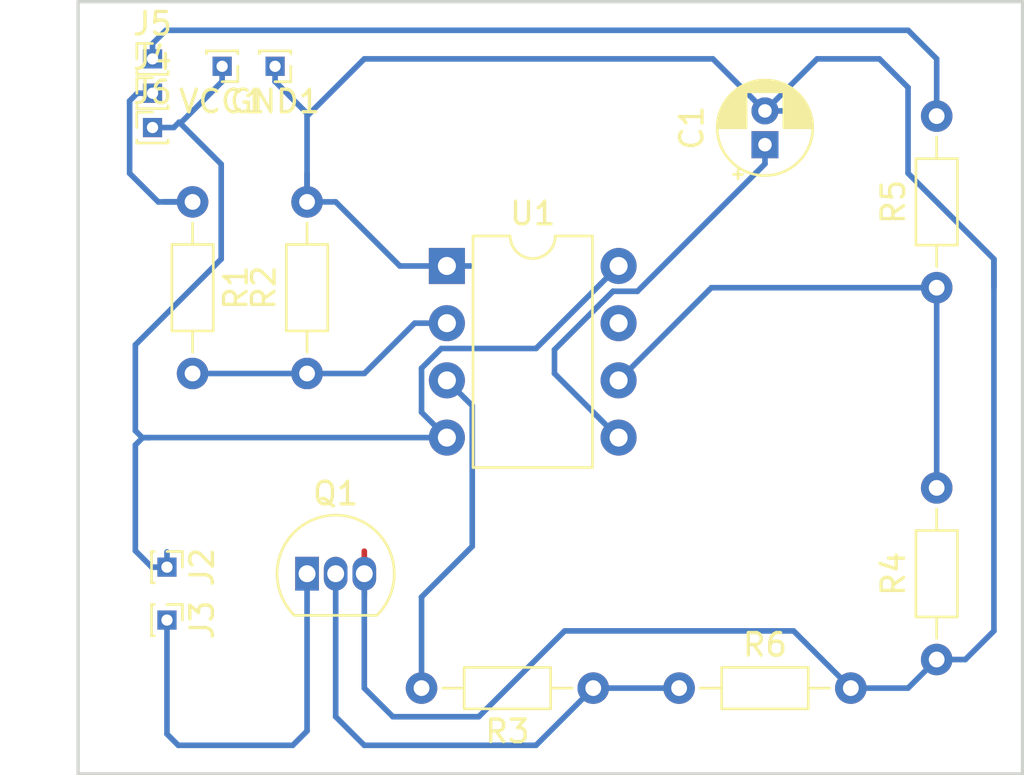
<source format=kicad_pcb>
(kicad_pcb (version 20171130) (host pcbnew "(5.0.0)")

  (general
    (thickness 1.6)
    (drawings 5)
    (tracks 98)
    (zones 0)
    (modules 16)
    (nets 12)
  )

  (page A4)
  (layers
    (0 F.Cu signal)
    (31 B.Cu signal)
    (32 B.Adhes user)
    (33 F.Adhes user)
    (34 B.Paste user)
    (35 F.Paste user)
    (36 B.SilkS user)
    (37 F.SilkS user)
    (38 B.Mask user)
    (39 F.Mask user)
    (40 Dwgs.User user)
    (41 Cmts.User user)
    (42 Eco1.User user)
    (43 Eco2.User user)
    (44 Edge.Cuts user)
    (45 Margin user)
    (46 B.CrtYd user)
    (47 F.CrtYd user)
    (48 B.Fab user)
    (49 F.Fab user)
  )

  (setup
    (last_trace_width 0.25)
    (trace_clearance 0.2)
    (zone_clearance 0.508)
    (zone_45_only no)
    (trace_min 0.2)
    (segment_width 0.2)
    (edge_width 0.15)
    (via_size 0.8)
    (via_drill 0.4)
    (via_min_size 0.4)
    (via_min_drill 0.3)
    (uvia_size 0.3)
    (uvia_drill 0.1)
    (uvias_allowed no)
    (uvia_min_size 0.2)
    (uvia_min_drill 0.1)
    (pcb_text_width 0.3)
    (pcb_text_size 1.5 1.5)
    (mod_edge_width 0.15)
    (mod_text_size 1 1)
    (mod_text_width 0.15)
    (pad_size 1.524 1.524)
    (pad_drill 0.762)
    (pad_to_mask_clearance 0.2)
    (aux_axis_origin 0 0)
    (grid_origin 159.258 58.928)
    (visible_elements 7FFFFFFF)
    (pcbplotparams
      (layerselection 0x010fc_ffffffff)
      (usegerberextensions false)
      (usegerberattributes false)
      (usegerberadvancedattributes false)
      (creategerberjobfile false)
      (excludeedgelayer true)
      (linewidth 0.100000)
      (plotframeref false)
      (viasonmask false)
      (mode 1)
      (useauxorigin false)
      (hpglpennumber 1)
      (hpglpenspeed 20)
      (hpglpendiameter 15.000000)
      (psnegative false)
      (psa4output false)
      (plotreference true)
      (plotvalue true)
      (plotinvisibletext false)
      (padsonsilk false)
      (subtractmaskfromsilk false)
      (outputformat 1)
      (mirror false)
      (drillshape 1)
      (scaleselection 1)
      (outputdirectory ""))
  )

  (net 0 "")
  (net 1 "Net-(C1-Pad1)")
  (net 2 Earth)
  (net 3 4)
  (net 4 "Net-(J3-Pad1)")
  (net 5 "Net-(Q1-Pad2)")
  (net 6 "Net-(R1-Pad2)")
  (net 7 "Net-(R3-Pad2)")
  (net 8 "Net-(R4-Pad2)")
  (net 9 "Net-(U1-Pad7)")
  (net 10 "Net-(J4-Pad1)")
  (net 11 "Net-(J5-Pad1)")

  (net_class Default "This is the default net class."
    (clearance 0.2)
    (trace_width 0.25)
    (via_dia 0.8)
    (via_drill 0.4)
    (uvia_dia 0.3)
    (uvia_drill 0.1)
    (add_net 4)
    (add_net Earth)
    (add_net "Net-(C1-Pad1)")
    (add_net "Net-(J3-Pad1)")
    (add_net "Net-(J4-Pad1)")
    (add_net "Net-(J5-Pad1)")
    (add_net "Net-(Q1-Pad2)")
    (add_net "Net-(R1-Pad2)")
    (add_net "Net-(R3-Pad2)")
    (add_net "Net-(R4-Pad2)")
    (add_net "Net-(U1-Pad7)")
  )

  (module Capacitor_THT:CP_Radial_D4.0mm_P1.50mm (layer F.Cu) (tedit 5AE50EF0) (tstamp 5C103E3F)
    (at 144.78 69.85 90)
    (descr "CP, Radial series, Radial, pin pitch=1.50mm, , diameter=4mm, Electrolytic Capacitor")
    (tags "CP Radial series Radial pin pitch 1.50mm  diameter 4mm Electrolytic Capacitor")
    (path /5C03ECA4)
    (fp_text reference C1 (at 0.75 -3.25 90) (layer F.SilkS)
      (effects (font (size 1 1) (thickness 0.15)))
    )
    (fp_text value 0.01u (at 0.75 3.25 90) (layer F.Fab)
      (effects (font (size 1 1) (thickness 0.15)))
    )
    (fp_text user %R (at 0.75 0 90) (layer F.Fab)
      (effects (font (size 0.8 0.8) (thickness 0.12)))
    )
    (fp_line (start -1.319801 -1.395) (end -1.319801 -0.995) (layer F.SilkS) (width 0.12))
    (fp_line (start -1.519801 -1.195) (end -1.119801 -1.195) (layer F.SilkS) (width 0.12))
    (fp_line (start 2.831 -0.37) (end 2.831 0.37) (layer F.SilkS) (width 0.12))
    (fp_line (start 2.791 -0.537) (end 2.791 0.537) (layer F.SilkS) (width 0.12))
    (fp_line (start 2.751 -0.664) (end 2.751 0.664) (layer F.SilkS) (width 0.12))
    (fp_line (start 2.711 -0.768) (end 2.711 0.768) (layer F.SilkS) (width 0.12))
    (fp_line (start 2.671 -0.859) (end 2.671 0.859) (layer F.SilkS) (width 0.12))
    (fp_line (start 2.631 -0.94) (end 2.631 0.94) (layer F.SilkS) (width 0.12))
    (fp_line (start 2.591 -1.013) (end 2.591 1.013) (layer F.SilkS) (width 0.12))
    (fp_line (start 2.551 -1.08) (end 2.551 1.08) (layer F.SilkS) (width 0.12))
    (fp_line (start 2.511 -1.142) (end 2.511 1.142) (layer F.SilkS) (width 0.12))
    (fp_line (start 2.471 -1.2) (end 2.471 1.2) (layer F.SilkS) (width 0.12))
    (fp_line (start 2.431 -1.254) (end 2.431 1.254) (layer F.SilkS) (width 0.12))
    (fp_line (start 2.391 -1.304) (end 2.391 1.304) (layer F.SilkS) (width 0.12))
    (fp_line (start 2.351 -1.351) (end 2.351 1.351) (layer F.SilkS) (width 0.12))
    (fp_line (start 2.311 0.84) (end 2.311 1.396) (layer F.SilkS) (width 0.12))
    (fp_line (start 2.311 -1.396) (end 2.311 -0.84) (layer F.SilkS) (width 0.12))
    (fp_line (start 2.271 0.84) (end 2.271 1.438) (layer F.SilkS) (width 0.12))
    (fp_line (start 2.271 -1.438) (end 2.271 -0.84) (layer F.SilkS) (width 0.12))
    (fp_line (start 2.231 0.84) (end 2.231 1.478) (layer F.SilkS) (width 0.12))
    (fp_line (start 2.231 -1.478) (end 2.231 -0.84) (layer F.SilkS) (width 0.12))
    (fp_line (start 2.191 0.84) (end 2.191 1.516) (layer F.SilkS) (width 0.12))
    (fp_line (start 2.191 -1.516) (end 2.191 -0.84) (layer F.SilkS) (width 0.12))
    (fp_line (start 2.151 0.84) (end 2.151 1.552) (layer F.SilkS) (width 0.12))
    (fp_line (start 2.151 -1.552) (end 2.151 -0.84) (layer F.SilkS) (width 0.12))
    (fp_line (start 2.111 0.84) (end 2.111 1.587) (layer F.SilkS) (width 0.12))
    (fp_line (start 2.111 -1.587) (end 2.111 -0.84) (layer F.SilkS) (width 0.12))
    (fp_line (start 2.071 0.84) (end 2.071 1.619) (layer F.SilkS) (width 0.12))
    (fp_line (start 2.071 -1.619) (end 2.071 -0.84) (layer F.SilkS) (width 0.12))
    (fp_line (start 2.031 0.84) (end 2.031 1.65) (layer F.SilkS) (width 0.12))
    (fp_line (start 2.031 -1.65) (end 2.031 -0.84) (layer F.SilkS) (width 0.12))
    (fp_line (start 1.991 0.84) (end 1.991 1.68) (layer F.SilkS) (width 0.12))
    (fp_line (start 1.991 -1.68) (end 1.991 -0.84) (layer F.SilkS) (width 0.12))
    (fp_line (start 1.951 0.84) (end 1.951 1.708) (layer F.SilkS) (width 0.12))
    (fp_line (start 1.951 -1.708) (end 1.951 -0.84) (layer F.SilkS) (width 0.12))
    (fp_line (start 1.911 0.84) (end 1.911 1.735) (layer F.SilkS) (width 0.12))
    (fp_line (start 1.911 -1.735) (end 1.911 -0.84) (layer F.SilkS) (width 0.12))
    (fp_line (start 1.871 0.84) (end 1.871 1.76) (layer F.SilkS) (width 0.12))
    (fp_line (start 1.871 -1.76) (end 1.871 -0.84) (layer F.SilkS) (width 0.12))
    (fp_line (start 1.831 0.84) (end 1.831 1.785) (layer F.SilkS) (width 0.12))
    (fp_line (start 1.831 -1.785) (end 1.831 -0.84) (layer F.SilkS) (width 0.12))
    (fp_line (start 1.791 0.84) (end 1.791 1.808) (layer F.SilkS) (width 0.12))
    (fp_line (start 1.791 -1.808) (end 1.791 -0.84) (layer F.SilkS) (width 0.12))
    (fp_line (start 1.751 0.84) (end 1.751 1.83) (layer F.SilkS) (width 0.12))
    (fp_line (start 1.751 -1.83) (end 1.751 -0.84) (layer F.SilkS) (width 0.12))
    (fp_line (start 1.711 0.84) (end 1.711 1.851) (layer F.SilkS) (width 0.12))
    (fp_line (start 1.711 -1.851) (end 1.711 -0.84) (layer F.SilkS) (width 0.12))
    (fp_line (start 1.671 0.84) (end 1.671 1.87) (layer F.SilkS) (width 0.12))
    (fp_line (start 1.671 -1.87) (end 1.671 -0.84) (layer F.SilkS) (width 0.12))
    (fp_line (start 1.631 0.84) (end 1.631 1.889) (layer F.SilkS) (width 0.12))
    (fp_line (start 1.631 -1.889) (end 1.631 -0.84) (layer F.SilkS) (width 0.12))
    (fp_line (start 1.591 0.84) (end 1.591 1.907) (layer F.SilkS) (width 0.12))
    (fp_line (start 1.591 -1.907) (end 1.591 -0.84) (layer F.SilkS) (width 0.12))
    (fp_line (start 1.551 0.84) (end 1.551 1.924) (layer F.SilkS) (width 0.12))
    (fp_line (start 1.551 -1.924) (end 1.551 -0.84) (layer F.SilkS) (width 0.12))
    (fp_line (start 1.511 0.84) (end 1.511 1.94) (layer F.SilkS) (width 0.12))
    (fp_line (start 1.511 -1.94) (end 1.511 -0.84) (layer F.SilkS) (width 0.12))
    (fp_line (start 1.471 0.84) (end 1.471 1.954) (layer F.SilkS) (width 0.12))
    (fp_line (start 1.471 -1.954) (end 1.471 -0.84) (layer F.SilkS) (width 0.12))
    (fp_line (start 1.43 0.84) (end 1.43 1.968) (layer F.SilkS) (width 0.12))
    (fp_line (start 1.43 -1.968) (end 1.43 -0.84) (layer F.SilkS) (width 0.12))
    (fp_line (start 1.39 0.84) (end 1.39 1.982) (layer F.SilkS) (width 0.12))
    (fp_line (start 1.39 -1.982) (end 1.39 -0.84) (layer F.SilkS) (width 0.12))
    (fp_line (start 1.35 0.84) (end 1.35 1.994) (layer F.SilkS) (width 0.12))
    (fp_line (start 1.35 -1.994) (end 1.35 -0.84) (layer F.SilkS) (width 0.12))
    (fp_line (start 1.31 0.84) (end 1.31 2.005) (layer F.SilkS) (width 0.12))
    (fp_line (start 1.31 -2.005) (end 1.31 -0.84) (layer F.SilkS) (width 0.12))
    (fp_line (start 1.27 0.84) (end 1.27 2.016) (layer F.SilkS) (width 0.12))
    (fp_line (start 1.27 -2.016) (end 1.27 -0.84) (layer F.SilkS) (width 0.12))
    (fp_line (start 1.23 0.84) (end 1.23 2.025) (layer F.SilkS) (width 0.12))
    (fp_line (start 1.23 -2.025) (end 1.23 -0.84) (layer F.SilkS) (width 0.12))
    (fp_line (start 1.19 0.84) (end 1.19 2.034) (layer F.SilkS) (width 0.12))
    (fp_line (start 1.19 -2.034) (end 1.19 -0.84) (layer F.SilkS) (width 0.12))
    (fp_line (start 1.15 0.84) (end 1.15 2.042) (layer F.SilkS) (width 0.12))
    (fp_line (start 1.15 -2.042) (end 1.15 -0.84) (layer F.SilkS) (width 0.12))
    (fp_line (start 1.11 0.84) (end 1.11 2.05) (layer F.SilkS) (width 0.12))
    (fp_line (start 1.11 -2.05) (end 1.11 -0.84) (layer F.SilkS) (width 0.12))
    (fp_line (start 1.07 0.84) (end 1.07 2.056) (layer F.SilkS) (width 0.12))
    (fp_line (start 1.07 -2.056) (end 1.07 -0.84) (layer F.SilkS) (width 0.12))
    (fp_line (start 1.03 0.84) (end 1.03 2.062) (layer F.SilkS) (width 0.12))
    (fp_line (start 1.03 -2.062) (end 1.03 -0.84) (layer F.SilkS) (width 0.12))
    (fp_line (start 0.99 0.84) (end 0.99 2.067) (layer F.SilkS) (width 0.12))
    (fp_line (start 0.99 -2.067) (end 0.99 -0.84) (layer F.SilkS) (width 0.12))
    (fp_line (start 0.95 0.84) (end 0.95 2.071) (layer F.SilkS) (width 0.12))
    (fp_line (start 0.95 -2.071) (end 0.95 -0.84) (layer F.SilkS) (width 0.12))
    (fp_line (start 0.91 0.84) (end 0.91 2.074) (layer F.SilkS) (width 0.12))
    (fp_line (start 0.91 -2.074) (end 0.91 -0.84) (layer F.SilkS) (width 0.12))
    (fp_line (start 0.87 0.84) (end 0.87 2.077) (layer F.SilkS) (width 0.12))
    (fp_line (start 0.87 -2.077) (end 0.87 -0.84) (layer F.SilkS) (width 0.12))
    (fp_line (start 0.83 -2.079) (end 0.83 -0.84) (layer F.SilkS) (width 0.12))
    (fp_line (start 0.83 0.84) (end 0.83 2.079) (layer F.SilkS) (width 0.12))
    (fp_line (start 0.79 -2.08) (end 0.79 -0.84) (layer F.SilkS) (width 0.12))
    (fp_line (start 0.79 0.84) (end 0.79 2.08) (layer F.SilkS) (width 0.12))
    (fp_line (start 0.75 -2.08) (end 0.75 -0.84) (layer F.SilkS) (width 0.12))
    (fp_line (start 0.75 0.84) (end 0.75 2.08) (layer F.SilkS) (width 0.12))
    (fp_line (start -0.752554 -1.0675) (end -0.752554 -0.6675) (layer F.Fab) (width 0.1))
    (fp_line (start -0.952554 -0.8675) (end -0.552554 -0.8675) (layer F.Fab) (width 0.1))
    (fp_circle (center 0.75 0) (end 3 0) (layer F.CrtYd) (width 0.05))
    (fp_circle (center 0.75 0) (end 2.87 0) (layer F.SilkS) (width 0.12))
    (fp_circle (center 0.75 0) (end 2.75 0) (layer F.Fab) (width 0.1))
    (pad 2 thru_hole circle (at 1.5 0 90) (size 1.2 1.2) (drill 0.6) (layers *.Cu *.Mask)
      (net 2 Earth))
    (pad 1 thru_hole rect (at 0 0 90) (size 1.2 1.2) (drill 0.6) (layers *.Cu *.Mask)
      (net 1 "Net-(C1-Pad1)"))
    (model ${KISYS3DMOD}/Capacitor_THT.3dshapes/CP_Radial_D4.0mm_P1.50mm.wrl
      (at (xyz 0 0 0))
      (scale (xyz 1 1 1))
      (rotate (xyz 0 0 0))
    )
  )

  (module Connector_PinHeader_1.00mm:PinHeader_1x01_P1.00mm_Vertical (layer F.Cu) (tedit 59FED738) (tstamp 5C103E6E)
    (at 118.243781 88.608933 270)
    (descr "Through hole straight pin header, 1x01, 1.00mm pitch, single row")
    (tags "Through hole pin header THT 1x01 1.00mm single row")
    (path /5C045EAD)
    (fp_text reference J2 (at 0 -1.56 270) (layer F.SilkS)
      (effects (font (size 1 1) (thickness 0.15)))
    )
    (fp_text value Conn_01x01_Male (at 0 1.56 270) (layer F.Fab)
      (effects (font (size 1 1) (thickness 0.15)))
    )
    (fp_text user %R (at 0 0) (layer F.Fab)
      (effects (font (size 0.76 0.76) (thickness 0.114)))
    )
    (fp_line (start 1.15 -1) (end -1.15 -1) (layer F.CrtYd) (width 0.05))
    (fp_line (start 1.15 1) (end 1.15 -1) (layer F.CrtYd) (width 0.05))
    (fp_line (start -1.15 1) (end 1.15 1) (layer F.CrtYd) (width 0.05))
    (fp_line (start -1.15 -1) (end -1.15 1) (layer F.CrtYd) (width 0.05))
    (fp_line (start -0.695 -0.685) (end 0 -0.685) (layer F.SilkS) (width 0.12))
    (fp_line (start -0.695 0) (end -0.695 -0.685) (layer F.SilkS) (width 0.12))
    (fp_line (start 0.608276 0.685) (end 0.695 0.685) (layer F.SilkS) (width 0.12))
    (fp_line (start -0.695 0.685) (end -0.608276 0.685) (layer F.SilkS) (width 0.12))
    (fp_line (start 0.695 0.685) (end 0.695 0.56) (layer F.SilkS) (width 0.12))
    (fp_line (start -0.695 0.685) (end -0.695 0.56) (layer F.SilkS) (width 0.12))
    (fp_line (start -0.695 0.685) (end 0.695 0.685) (layer F.SilkS) (width 0.12))
    (fp_line (start -0.635 -0.1825) (end -0.3175 -0.5) (layer F.Fab) (width 0.1))
    (fp_line (start -0.635 0.5) (end -0.635 -0.1825) (layer F.Fab) (width 0.1))
    (fp_line (start 0.635 0.5) (end -0.635 0.5) (layer F.Fab) (width 0.1))
    (fp_line (start 0.635 -0.5) (end 0.635 0.5) (layer F.Fab) (width 0.1))
    (fp_line (start -0.3175 -0.5) (end 0.635 -0.5) (layer F.Fab) (width 0.1))
    (pad 1 thru_hole rect (at 0 0 270) (size 0.85 0.85) (drill 0.5) (layers *.Cu *.Mask)
      (net 3 4))
    (model ${KISYS3DMOD}/Connector_PinHeader_1.00mm.3dshapes/PinHeader_1x01_P1.00mm_Vertical.wrl
      (at (xyz 0 0 0))
      (scale (xyz 1 1 1))
      (rotate (xyz 0 0 0))
    )
  )

  (module Connector_PinHeader_1.00mm:PinHeader_1x01_P1.00mm_Vertical (layer F.Cu) (tedit 59FED738) (tstamp 5C103E84)
    (at 118.243781 90.958933 270)
    (descr "Through hole straight pin header, 1x01, 1.00mm pitch, single row")
    (tags "Through hole pin header THT 1x01 1.00mm single row")
    (path /5C045F25)
    (fp_text reference J3 (at 0 -1.56 270) (layer F.SilkS)
      (effects (font (size 1 1) (thickness 0.15)))
    )
    (fp_text value Conn_01x01_Male (at 0 1.56 270) (layer F.Fab)
      (effects (font (size 1 1) (thickness 0.15)))
    )
    (fp_line (start -0.3175 -0.5) (end 0.635 -0.5) (layer F.Fab) (width 0.1))
    (fp_line (start 0.635 -0.5) (end 0.635 0.5) (layer F.Fab) (width 0.1))
    (fp_line (start 0.635 0.5) (end -0.635 0.5) (layer F.Fab) (width 0.1))
    (fp_line (start -0.635 0.5) (end -0.635 -0.1825) (layer F.Fab) (width 0.1))
    (fp_line (start -0.635 -0.1825) (end -0.3175 -0.5) (layer F.Fab) (width 0.1))
    (fp_line (start -0.695 0.685) (end 0.695 0.685) (layer F.SilkS) (width 0.12))
    (fp_line (start -0.695 0.685) (end -0.695 0.56) (layer F.SilkS) (width 0.12))
    (fp_line (start 0.695 0.685) (end 0.695 0.56) (layer F.SilkS) (width 0.12))
    (fp_line (start -0.695 0.685) (end -0.608276 0.685) (layer F.SilkS) (width 0.12))
    (fp_line (start 0.608276 0.685) (end 0.695 0.685) (layer F.SilkS) (width 0.12))
    (fp_line (start -0.695 0) (end -0.695 -0.685) (layer F.SilkS) (width 0.12))
    (fp_line (start -0.695 -0.685) (end 0 -0.685) (layer F.SilkS) (width 0.12))
    (fp_line (start -1.15 -1) (end -1.15 1) (layer F.CrtYd) (width 0.05))
    (fp_line (start -1.15 1) (end 1.15 1) (layer F.CrtYd) (width 0.05))
    (fp_line (start 1.15 1) (end 1.15 -1) (layer F.CrtYd) (width 0.05))
    (fp_line (start 1.15 -1) (end -1.15 -1) (layer F.CrtYd) (width 0.05))
    (fp_text user %R (at 0 0) (layer F.Fab)
      (effects (font (size 0.76 0.76) (thickness 0.114)))
    )
    (pad 1 thru_hole rect (at 0 0 270) (size 0.85 0.85) (drill 0.5) (layers *.Cu *.Mask)
      (net 4 "Net-(J3-Pad1)"))
    (model ${KISYS3DMOD}/Connector_PinHeader_1.00mm.3dshapes/PinHeader_1x01_P1.00mm_Vertical.wrl
      (at (xyz 0 0 0))
      (scale (xyz 1 1 1))
      (rotate (xyz 0 0 0))
    )
  )

  (module Package_TO_SOT_THT:TO-92_Inline (layer F.Cu) (tedit 5A1DD157) (tstamp 5C103E96)
    (at 124.46 88.9)
    (descr "TO-92 leads in-line, narrow, oval pads, drill 0.75mm (see NXP sot054_po.pdf)")
    (tags "to-92 sc-43 sc-43a sot54 PA33 transistor")
    (path /5C03F1D8)
    (fp_text reference Q1 (at 1.27 -3.56) (layer F.SilkS)
      (effects (font (size 1 1) (thickness 0.15)))
    )
    (fp_text value BC547 (at 1.27 2.79) (layer F.Fab)
      (effects (font (size 1 1) (thickness 0.15)))
    )
    (fp_arc (start 1.27 0) (end 1.27 -2.6) (angle 135) (layer F.SilkS) (width 0.12))
    (fp_arc (start 1.27 0) (end 1.27 -2.48) (angle -135) (layer F.Fab) (width 0.1))
    (fp_arc (start 1.27 0) (end 1.27 -2.6) (angle -135) (layer F.SilkS) (width 0.12))
    (fp_arc (start 1.27 0) (end 1.27 -2.48) (angle 135) (layer F.Fab) (width 0.1))
    (fp_line (start 4 2.01) (end -1.46 2.01) (layer F.CrtYd) (width 0.05))
    (fp_line (start 4 2.01) (end 4 -2.73) (layer F.CrtYd) (width 0.05))
    (fp_line (start -1.46 -2.73) (end -1.46 2.01) (layer F.CrtYd) (width 0.05))
    (fp_line (start -1.46 -2.73) (end 4 -2.73) (layer F.CrtYd) (width 0.05))
    (fp_line (start -0.5 1.75) (end 3 1.75) (layer F.Fab) (width 0.1))
    (fp_line (start -0.53 1.85) (end 3.07 1.85) (layer F.SilkS) (width 0.12))
    (fp_text user %R (at 1.27 -3.56) (layer F.Fab)
      (effects (font (size 1 1) (thickness 0.15)))
    )
    (pad 1 thru_hole rect (at 0 0) (size 1.05 1.5) (drill 0.75) (layers *.Cu *.Mask)
      (net 4 "Net-(J3-Pad1)"))
    (pad 3 thru_hole oval (at 2.54 0) (size 1.05 1.5) (drill 0.75) (layers *.Cu *.Mask)
      (net 2 Earth))
    (pad 2 thru_hole oval (at 1.27 0) (size 1.05 1.5) (drill 0.75) (layers *.Cu *.Mask)
      (net 5 "Net-(Q1-Pad2)"))
    (model ${KISYS3DMOD}/Package_TO_SOT_THT.3dshapes/TO-92_Inline.wrl
      (at (xyz 0 0 0))
      (scale (xyz 1 1 1))
      (rotate (xyz 0 0 0))
    )
  )

  (module Resistor_THT:R_Axial_DIN0204_L3.6mm_D1.6mm_P7.62mm_Horizontal (layer F.Cu) (tedit 5AE5139B) (tstamp 5C103EAD)
    (at 119.38 72.39 270)
    (descr "Resistor, Axial_DIN0204 series, Axial, Horizontal, pin pitch=7.62mm, 0.167W, length*diameter=3.6*1.6mm^2, http://cdn-reichelt.de/documents/datenblatt/B400/1_4W%23YAG.pdf")
    (tags "Resistor Axial_DIN0204 series Axial Horizontal pin pitch 7.62mm 0.167W length 3.6mm diameter 1.6mm")
    (path /5C03EDA1)
    (fp_text reference R1 (at 3.81 -1.92 270) (layer F.SilkS)
      (effects (font (size 1 1) (thickness 0.15)))
    )
    (fp_text value 10k (at 3.81 1.92 270) (layer F.Fab)
      (effects (font (size 1 1) (thickness 0.15)))
    )
    (fp_text user %R (at 3.81 0 270) (layer F.Fab)
      (effects (font (size 0.72 0.72) (thickness 0.108)))
    )
    (fp_line (start 8.57 -1.05) (end -0.95 -1.05) (layer F.CrtYd) (width 0.05))
    (fp_line (start 8.57 1.05) (end 8.57 -1.05) (layer F.CrtYd) (width 0.05))
    (fp_line (start -0.95 1.05) (end 8.57 1.05) (layer F.CrtYd) (width 0.05))
    (fp_line (start -0.95 -1.05) (end -0.95 1.05) (layer F.CrtYd) (width 0.05))
    (fp_line (start 6.68 0) (end 5.73 0) (layer F.SilkS) (width 0.12))
    (fp_line (start 0.94 0) (end 1.89 0) (layer F.SilkS) (width 0.12))
    (fp_line (start 5.73 -0.92) (end 1.89 -0.92) (layer F.SilkS) (width 0.12))
    (fp_line (start 5.73 0.92) (end 5.73 -0.92) (layer F.SilkS) (width 0.12))
    (fp_line (start 1.89 0.92) (end 5.73 0.92) (layer F.SilkS) (width 0.12))
    (fp_line (start 1.89 -0.92) (end 1.89 0.92) (layer F.SilkS) (width 0.12))
    (fp_line (start 7.62 0) (end 5.61 0) (layer F.Fab) (width 0.1))
    (fp_line (start 0 0) (end 2.01 0) (layer F.Fab) (width 0.1))
    (fp_line (start 5.61 -0.8) (end 2.01 -0.8) (layer F.Fab) (width 0.1))
    (fp_line (start 5.61 0.8) (end 5.61 -0.8) (layer F.Fab) (width 0.1))
    (fp_line (start 2.01 0.8) (end 5.61 0.8) (layer F.Fab) (width 0.1))
    (fp_line (start 2.01 -0.8) (end 2.01 0.8) (layer F.Fab) (width 0.1))
    (pad 2 thru_hole oval (at 7.62 0 270) (size 1.4 1.4) (drill 0.7) (layers *.Cu *.Mask)
      (net 6 "Net-(R1-Pad2)"))
    (pad 1 thru_hole circle (at 0 0 270) (size 1.4 1.4) (drill 0.7) (layers *.Cu *.Mask)
      (net 10 "Net-(J4-Pad1)"))
    (model ${KISYS3DMOD}/Resistor_THT.3dshapes/R_Axial_DIN0204_L3.6mm_D1.6mm_P7.62mm_Horizontal.wrl
      (at (xyz 0 0 0))
      (scale (xyz 1 1 1))
      (rotate (xyz 0 0 0))
    )
  )

  (module Resistor_THT:R_Axial_DIN0204_L3.6mm_D1.6mm_P7.62mm_Horizontal (layer F.Cu) (tedit 5AE5139B) (tstamp 5C103EC4)
    (at 124.46 80.01 90)
    (descr "Resistor, Axial_DIN0204 series, Axial, Horizontal, pin pitch=7.62mm, 0.167W, length*diameter=3.6*1.6mm^2, http://cdn-reichelt.de/documents/datenblatt/B400/1_4W%23YAG.pdf")
    (tags "Resistor Axial_DIN0204 series Axial Horizontal pin pitch 7.62mm 0.167W length 3.6mm diameter 1.6mm")
    (path /5C03EFA9)
    (fp_text reference R2 (at 3.81 -1.92 90) (layer F.SilkS)
      (effects (font (size 1 1) (thickness 0.15)))
    )
    (fp_text value 1M (at 3.81 1.92 90) (layer F.Fab)
      (effects (font (size 1 1) (thickness 0.15)))
    )
    (fp_text user %R (at 3.81 0 90) (layer F.Fab)
      (effects (font (size 0.72 0.72) (thickness 0.108)))
    )
    (fp_line (start 8.57 -1.05) (end -0.95 -1.05) (layer F.CrtYd) (width 0.05))
    (fp_line (start 8.57 1.05) (end 8.57 -1.05) (layer F.CrtYd) (width 0.05))
    (fp_line (start -0.95 1.05) (end 8.57 1.05) (layer F.CrtYd) (width 0.05))
    (fp_line (start -0.95 -1.05) (end -0.95 1.05) (layer F.CrtYd) (width 0.05))
    (fp_line (start 6.68 0) (end 5.73 0) (layer F.SilkS) (width 0.12))
    (fp_line (start 0.94 0) (end 1.89 0) (layer F.SilkS) (width 0.12))
    (fp_line (start 5.73 -0.92) (end 1.89 -0.92) (layer F.SilkS) (width 0.12))
    (fp_line (start 5.73 0.92) (end 5.73 -0.92) (layer F.SilkS) (width 0.12))
    (fp_line (start 1.89 0.92) (end 5.73 0.92) (layer F.SilkS) (width 0.12))
    (fp_line (start 1.89 -0.92) (end 1.89 0.92) (layer F.SilkS) (width 0.12))
    (fp_line (start 7.62 0) (end 5.61 0) (layer F.Fab) (width 0.1))
    (fp_line (start 0 0) (end 2.01 0) (layer F.Fab) (width 0.1))
    (fp_line (start 5.61 -0.8) (end 2.01 -0.8) (layer F.Fab) (width 0.1))
    (fp_line (start 5.61 0.8) (end 5.61 -0.8) (layer F.Fab) (width 0.1))
    (fp_line (start 2.01 0.8) (end 5.61 0.8) (layer F.Fab) (width 0.1))
    (fp_line (start 2.01 -0.8) (end 2.01 0.8) (layer F.Fab) (width 0.1))
    (pad 2 thru_hole oval (at 7.62 0 90) (size 1.4 1.4) (drill 0.7) (layers *.Cu *.Mask)
      (net 2 Earth))
    (pad 1 thru_hole circle (at 0 0 90) (size 1.4 1.4) (drill 0.7) (layers *.Cu *.Mask)
      (net 6 "Net-(R1-Pad2)"))
    (model ${KISYS3DMOD}/Resistor_THT.3dshapes/R_Axial_DIN0204_L3.6mm_D1.6mm_P7.62mm_Horizontal.wrl
      (at (xyz 0 0 0))
      (scale (xyz 1 1 1))
      (rotate (xyz 0 0 0))
    )
  )

  (module Resistor_THT:R_Axial_DIN0204_L3.6mm_D1.6mm_P7.62mm_Horizontal (layer F.Cu) (tedit 5AE5139B) (tstamp 5C103EDB)
    (at 137.16 93.98 180)
    (descr "Resistor, Axial_DIN0204 series, Axial, Horizontal, pin pitch=7.62mm, 0.167W, length*diameter=3.6*1.6mm^2, http://cdn-reichelt.de/documents/datenblatt/B400/1_4W%23YAG.pdf")
    (tags "Resistor Axial_DIN0204 series Axial Horizontal pin pitch 7.62mm 0.167W length 3.6mm diameter 1.6mm")
    (path /5C03F039)
    (fp_text reference R3 (at 3.81 -1.92 180) (layer F.SilkS)
      (effects (font (size 1 1) (thickness 0.15)))
    )
    (fp_text value 10k (at 3.81 1.92 180) (layer F.Fab)
      (effects (font (size 1 1) (thickness 0.15)))
    )
    (fp_text user %R (at 3.81 0 180) (layer F.Fab)
      (effects (font (size 0.72 0.72) (thickness 0.108)))
    )
    (fp_line (start 8.57 -1.05) (end -0.95 -1.05) (layer F.CrtYd) (width 0.05))
    (fp_line (start 8.57 1.05) (end 8.57 -1.05) (layer F.CrtYd) (width 0.05))
    (fp_line (start -0.95 1.05) (end 8.57 1.05) (layer F.CrtYd) (width 0.05))
    (fp_line (start -0.95 -1.05) (end -0.95 1.05) (layer F.CrtYd) (width 0.05))
    (fp_line (start 6.68 0) (end 5.73 0) (layer F.SilkS) (width 0.12))
    (fp_line (start 0.94 0) (end 1.89 0) (layer F.SilkS) (width 0.12))
    (fp_line (start 5.73 -0.92) (end 1.89 -0.92) (layer F.SilkS) (width 0.12))
    (fp_line (start 5.73 0.92) (end 5.73 -0.92) (layer F.SilkS) (width 0.12))
    (fp_line (start 1.89 0.92) (end 5.73 0.92) (layer F.SilkS) (width 0.12))
    (fp_line (start 1.89 -0.92) (end 1.89 0.92) (layer F.SilkS) (width 0.12))
    (fp_line (start 7.62 0) (end 5.61 0) (layer F.Fab) (width 0.1))
    (fp_line (start 0 0) (end 2.01 0) (layer F.Fab) (width 0.1))
    (fp_line (start 5.61 -0.8) (end 2.01 -0.8) (layer F.Fab) (width 0.1))
    (fp_line (start 5.61 0.8) (end 5.61 -0.8) (layer F.Fab) (width 0.1))
    (fp_line (start 2.01 0.8) (end 5.61 0.8) (layer F.Fab) (width 0.1))
    (fp_line (start 2.01 -0.8) (end 2.01 0.8) (layer F.Fab) (width 0.1))
    (pad 2 thru_hole oval (at 7.62 0 180) (size 1.4 1.4) (drill 0.7) (layers *.Cu *.Mask)
      (net 7 "Net-(R3-Pad2)"))
    (pad 1 thru_hole circle (at 0 0 180) (size 1.4 1.4) (drill 0.7) (layers *.Cu *.Mask)
      (net 5 "Net-(Q1-Pad2)"))
    (model ${KISYS3DMOD}/Resistor_THT.3dshapes/R_Axial_DIN0204_L3.6mm_D1.6mm_P7.62mm_Horizontal.wrl
      (at (xyz 0 0 0))
      (scale (xyz 1 1 1))
      (rotate (xyz 0 0 0))
    )
  )

  (module Resistor_THT:R_Axial_DIN0204_L3.6mm_D1.6mm_P7.62mm_Horizontal (layer F.Cu) (tedit 5AE5139B) (tstamp 5C103EF2)
    (at 152.4 92.71 90)
    (descr "Resistor, Axial_DIN0204 series, Axial, Horizontal, pin pitch=7.62mm, 0.167W, length*diameter=3.6*1.6mm^2, http://cdn-reichelt.de/documents/datenblatt/B400/1_4W%23YAG.pdf")
    (tags "Resistor Axial_DIN0204 series Axial Horizontal pin pitch 7.62mm 0.167W length 3.6mm diameter 1.6mm")
    (path /5C03EEE5)
    (fp_text reference R4 (at 3.81 -1.92 90) (layer F.SilkS)
      (effects (font (size 1 1) (thickness 0.15)))
    )
    (fp_text value 1M (at 3.81 1.92 90) (layer F.Fab)
      (effects (font (size 1 1) (thickness 0.15)))
    )
    (fp_text user %R (at 3.81 0 90) (layer F.Fab)
      (effects (font (size 0.72 0.72) (thickness 0.108)))
    )
    (fp_line (start 8.57 -1.05) (end -0.95 -1.05) (layer F.CrtYd) (width 0.05))
    (fp_line (start 8.57 1.05) (end 8.57 -1.05) (layer F.CrtYd) (width 0.05))
    (fp_line (start -0.95 1.05) (end 8.57 1.05) (layer F.CrtYd) (width 0.05))
    (fp_line (start -0.95 -1.05) (end -0.95 1.05) (layer F.CrtYd) (width 0.05))
    (fp_line (start 6.68 0) (end 5.73 0) (layer F.SilkS) (width 0.12))
    (fp_line (start 0.94 0) (end 1.89 0) (layer F.SilkS) (width 0.12))
    (fp_line (start 5.73 -0.92) (end 1.89 -0.92) (layer F.SilkS) (width 0.12))
    (fp_line (start 5.73 0.92) (end 5.73 -0.92) (layer F.SilkS) (width 0.12))
    (fp_line (start 1.89 0.92) (end 5.73 0.92) (layer F.SilkS) (width 0.12))
    (fp_line (start 1.89 -0.92) (end 1.89 0.92) (layer F.SilkS) (width 0.12))
    (fp_line (start 7.62 0) (end 5.61 0) (layer F.Fab) (width 0.1))
    (fp_line (start 0 0) (end 2.01 0) (layer F.Fab) (width 0.1))
    (fp_line (start 5.61 -0.8) (end 2.01 -0.8) (layer F.Fab) (width 0.1))
    (fp_line (start 5.61 0.8) (end 5.61 -0.8) (layer F.Fab) (width 0.1))
    (fp_line (start 2.01 0.8) (end 5.61 0.8) (layer F.Fab) (width 0.1))
    (fp_line (start 2.01 -0.8) (end 2.01 0.8) (layer F.Fab) (width 0.1))
    (pad 2 thru_hole oval (at 7.62 0 90) (size 1.4 1.4) (drill 0.7) (layers *.Cu *.Mask)
      (net 8 "Net-(R4-Pad2)"))
    (pad 1 thru_hole circle (at 0 0 90) (size 1.4 1.4) (drill 0.7) (layers *.Cu *.Mask)
      (net 2 Earth))
    (model ${KISYS3DMOD}/Resistor_THT.3dshapes/R_Axial_DIN0204_L3.6mm_D1.6mm_P7.62mm_Horizontal.wrl
      (at (xyz 0 0 0))
      (scale (xyz 1 1 1))
      (rotate (xyz 0 0 0))
    )
  )

  (module Resistor_THT:R_Axial_DIN0204_L3.6mm_D1.6mm_P7.62mm_Horizontal (layer F.Cu) (tedit 5AE5139B) (tstamp 5C103F09)
    (at 152.4 76.2 90)
    (descr "Resistor, Axial_DIN0204 series, Axial, Horizontal, pin pitch=7.62mm, 0.167W, length*diameter=3.6*1.6mm^2, http://cdn-reichelt.de/documents/datenblatt/B400/1_4W%23YAG.pdf")
    (tags "Resistor Axial_DIN0204 series Axial Horizontal pin pitch 7.62mm 0.167W length 3.6mm diameter 1.6mm")
    (path /5C03EEBE)
    (fp_text reference R5 (at 3.81 -1.92 90) (layer F.SilkS)
      (effects (font (size 1 1) (thickness 0.15)))
    )
    (fp_text value 10k (at 3.81 1.92 90) (layer F.Fab)
      (effects (font (size 1 1) (thickness 0.15)))
    )
    (fp_line (start 2.01 -0.8) (end 2.01 0.8) (layer F.Fab) (width 0.1))
    (fp_line (start 2.01 0.8) (end 5.61 0.8) (layer F.Fab) (width 0.1))
    (fp_line (start 5.61 0.8) (end 5.61 -0.8) (layer F.Fab) (width 0.1))
    (fp_line (start 5.61 -0.8) (end 2.01 -0.8) (layer F.Fab) (width 0.1))
    (fp_line (start 0 0) (end 2.01 0) (layer F.Fab) (width 0.1))
    (fp_line (start 7.62 0) (end 5.61 0) (layer F.Fab) (width 0.1))
    (fp_line (start 1.89 -0.92) (end 1.89 0.92) (layer F.SilkS) (width 0.12))
    (fp_line (start 1.89 0.92) (end 5.73 0.92) (layer F.SilkS) (width 0.12))
    (fp_line (start 5.73 0.92) (end 5.73 -0.92) (layer F.SilkS) (width 0.12))
    (fp_line (start 5.73 -0.92) (end 1.89 -0.92) (layer F.SilkS) (width 0.12))
    (fp_line (start 0.94 0) (end 1.89 0) (layer F.SilkS) (width 0.12))
    (fp_line (start 6.68 0) (end 5.73 0) (layer F.SilkS) (width 0.12))
    (fp_line (start -0.95 -1.05) (end -0.95 1.05) (layer F.CrtYd) (width 0.05))
    (fp_line (start -0.95 1.05) (end 8.57 1.05) (layer F.CrtYd) (width 0.05))
    (fp_line (start 8.57 1.05) (end 8.57 -1.05) (layer F.CrtYd) (width 0.05))
    (fp_line (start 8.57 -1.05) (end -0.95 -1.05) (layer F.CrtYd) (width 0.05))
    (fp_text user %R (at 3.81 0 90) (layer F.Fab)
      (effects (font (size 0.72 0.72) (thickness 0.108)))
    )
    (pad 1 thru_hole circle (at 0 0 90) (size 1.4 1.4) (drill 0.7) (layers *.Cu *.Mask)
      (net 8 "Net-(R4-Pad2)"))
    (pad 2 thru_hole oval (at 7.62 0 90) (size 1.4 1.4) (drill 0.7) (layers *.Cu *.Mask)
      (net 11 "Net-(J5-Pad1)"))
    (model ${KISYS3DMOD}/Resistor_THT.3dshapes/R_Axial_DIN0204_L3.6mm_D1.6mm_P7.62mm_Horizontal.wrl
      (at (xyz 0 0 0))
      (scale (xyz 1 1 1))
      (rotate (xyz 0 0 0))
    )
  )

  (module Resistor_THT:R_Axial_DIN0204_L3.6mm_D1.6mm_P7.62mm_Horizontal (layer F.Cu) (tedit 5AE5139B) (tstamp 5C103F20)
    (at 140.97 93.98)
    (descr "Resistor, Axial_DIN0204 series, Axial, Horizontal, pin pitch=7.62mm, 0.167W, length*diameter=3.6*1.6mm^2, http://cdn-reichelt.de/documents/datenblatt/B400/1_4W%23YAG.pdf")
    (tags "Resistor Axial_DIN0204 series Axial Horizontal pin pitch 7.62mm 0.167W length 3.6mm diameter 1.6mm")
    (path /5C042A86)
    (fp_text reference R6 (at 3.81 -1.92) (layer F.SilkS)
      (effects (font (size 1 1) (thickness 0.15)))
    )
    (fp_text value 100k (at 3.81 1.92) (layer F.Fab)
      (effects (font (size 1 1) (thickness 0.15)))
    )
    (fp_line (start 2.01 -0.8) (end 2.01 0.8) (layer F.Fab) (width 0.1))
    (fp_line (start 2.01 0.8) (end 5.61 0.8) (layer F.Fab) (width 0.1))
    (fp_line (start 5.61 0.8) (end 5.61 -0.8) (layer F.Fab) (width 0.1))
    (fp_line (start 5.61 -0.8) (end 2.01 -0.8) (layer F.Fab) (width 0.1))
    (fp_line (start 0 0) (end 2.01 0) (layer F.Fab) (width 0.1))
    (fp_line (start 7.62 0) (end 5.61 0) (layer F.Fab) (width 0.1))
    (fp_line (start 1.89 -0.92) (end 1.89 0.92) (layer F.SilkS) (width 0.12))
    (fp_line (start 1.89 0.92) (end 5.73 0.92) (layer F.SilkS) (width 0.12))
    (fp_line (start 5.73 0.92) (end 5.73 -0.92) (layer F.SilkS) (width 0.12))
    (fp_line (start 5.73 -0.92) (end 1.89 -0.92) (layer F.SilkS) (width 0.12))
    (fp_line (start 0.94 0) (end 1.89 0) (layer F.SilkS) (width 0.12))
    (fp_line (start 6.68 0) (end 5.73 0) (layer F.SilkS) (width 0.12))
    (fp_line (start -0.95 -1.05) (end -0.95 1.05) (layer F.CrtYd) (width 0.05))
    (fp_line (start -0.95 1.05) (end 8.57 1.05) (layer F.CrtYd) (width 0.05))
    (fp_line (start 8.57 1.05) (end 8.57 -1.05) (layer F.CrtYd) (width 0.05))
    (fp_line (start 8.57 -1.05) (end -0.95 -1.05) (layer F.CrtYd) (width 0.05))
    (fp_text user %R (at 3.81 0) (layer F.Fab)
      (effects (font (size 0.72 0.72) (thickness 0.108)))
    )
    (pad 1 thru_hole circle (at 0 0) (size 1.4 1.4) (drill 0.7) (layers *.Cu *.Mask)
      (net 5 "Net-(Q1-Pad2)"))
    (pad 2 thru_hole oval (at 7.62 0) (size 1.4 1.4) (drill 0.7) (layers *.Cu *.Mask)
      (net 2 Earth))
    (model ${KISYS3DMOD}/Resistor_THT.3dshapes/R_Axial_DIN0204_L3.6mm_D1.6mm_P7.62mm_Horizontal.wrl
      (at (xyz 0 0 0))
      (scale (xyz 1 1 1))
      (rotate (xyz 0 0 0))
    )
  )

  (module Package_DIP:DIP-8_W7.62mm (layer F.Cu) (tedit 5A02E8C5) (tstamp 5C103F3C)
    (at 130.665001 75.235001)
    (descr "8-lead though-hole mounted DIP package, row spacing 7.62 mm (300 mils)")
    (tags "THT DIP DIL PDIP 2.54mm 7.62mm 300mil")
    (path /5C03EA3B)
    (fp_text reference U1 (at 3.81 -2.33) (layer F.SilkS)
      (effects (font (size 1 1) (thickness 0.15)))
    )
    (fp_text value LM555 (at 3.81 9.95) (layer F.Fab)
      (effects (font (size 1 1) (thickness 0.15)))
    )
    (fp_text user %R (at 3.81 3.81) (layer F.Fab)
      (effects (font (size 1 1) (thickness 0.15)))
    )
    (fp_line (start 8.7 -1.55) (end -1.1 -1.55) (layer F.CrtYd) (width 0.05))
    (fp_line (start 8.7 9.15) (end 8.7 -1.55) (layer F.CrtYd) (width 0.05))
    (fp_line (start -1.1 9.15) (end 8.7 9.15) (layer F.CrtYd) (width 0.05))
    (fp_line (start -1.1 -1.55) (end -1.1 9.15) (layer F.CrtYd) (width 0.05))
    (fp_line (start 6.46 -1.33) (end 4.81 -1.33) (layer F.SilkS) (width 0.12))
    (fp_line (start 6.46 8.95) (end 6.46 -1.33) (layer F.SilkS) (width 0.12))
    (fp_line (start 1.16 8.95) (end 6.46 8.95) (layer F.SilkS) (width 0.12))
    (fp_line (start 1.16 -1.33) (end 1.16 8.95) (layer F.SilkS) (width 0.12))
    (fp_line (start 2.81 -1.33) (end 1.16 -1.33) (layer F.SilkS) (width 0.12))
    (fp_line (start 0.635 -0.27) (end 1.635 -1.27) (layer F.Fab) (width 0.1))
    (fp_line (start 0.635 8.89) (end 0.635 -0.27) (layer F.Fab) (width 0.1))
    (fp_line (start 6.985 8.89) (end 0.635 8.89) (layer F.Fab) (width 0.1))
    (fp_line (start 6.985 -1.27) (end 6.985 8.89) (layer F.Fab) (width 0.1))
    (fp_line (start 1.635 -1.27) (end 6.985 -1.27) (layer F.Fab) (width 0.1))
    (fp_arc (start 3.81 -1.33) (end 2.81 -1.33) (angle -180) (layer F.SilkS) (width 0.12))
    (pad 8 thru_hole oval (at 7.62 0) (size 1.6 1.6) (drill 0.8) (layers *.Cu *.Mask)
      (net 3 4))
    (pad 4 thru_hole oval (at 0 7.62) (size 1.6 1.6) (drill 0.8) (layers *.Cu *.Mask)
      (net 3 4))
    (pad 7 thru_hole oval (at 7.62 2.54) (size 1.6 1.6) (drill 0.8) (layers *.Cu *.Mask)
      (net 9 "Net-(U1-Pad7)"))
    (pad 3 thru_hole oval (at 0 5.08) (size 1.6 1.6) (drill 0.8) (layers *.Cu *.Mask)
      (net 7 "Net-(R3-Pad2)"))
    (pad 6 thru_hole oval (at 7.62 5.08) (size 1.6 1.6) (drill 0.8) (layers *.Cu *.Mask)
      (net 8 "Net-(R4-Pad2)"))
    (pad 2 thru_hole oval (at 0 2.54) (size 1.6 1.6) (drill 0.8) (layers *.Cu *.Mask)
      (net 6 "Net-(R1-Pad2)"))
    (pad 5 thru_hole oval (at 7.62 7.62) (size 1.6 1.6) (drill 0.8) (layers *.Cu *.Mask)
      (net 1 "Net-(C1-Pad1)"))
    (pad 1 thru_hole rect (at 0 0) (size 1.6 1.6) (drill 0.8) (layers *.Cu *.Mask)
      (net 2 Earth))
    (model ${KISYS3DMOD}/Package_DIP.3dshapes/DIP-8_W7.62mm.wrl
      (at (xyz 0 0 0))
      (scale (xyz 1 1 1))
      (rotate (xyz 0 0 0))
    )
  )

  (module Connector_PinHeader_1.00mm:PinHeader_1x01_P1.00mm_Vertical (layer F.Cu) (tedit 59FED738) (tstamp 5C1065C6)
    (at 123.04115 66.369479 180)
    (descr "Through hole straight pin header, 1x01, 1.00mm pitch, single row")
    (tags "Through hole pin header THT 1x01 1.00mm single row")
    (path /5C04B476)
    (fp_text reference GND1 (at 0 -1.56 180) (layer F.SilkS)
      (effects (font (size 1 1) (thickness 0.15)))
    )
    (fp_text value Conn_01x01_Male (at 0 1.56 180) (layer F.Fab)
      (effects (font (size 1 1) (thickness 0.15)))
    )
    (fp_text user %R (at 0 0 270) (layer F.Fab)
      (effects (font (size 0.76 0.76) (thickness 0.114)))
    )
    (fp_line (start 1.15 -1) (end -1.15 -1) (layer F.CrtYd) (width 0.05))
    (fp_line (start 1.15 1) (end 1.15 -1) (layer F.CrtYd) (width 0.05))
    (fp_line (start -1.15 1) (end 1.15 1) (layer F.CrtYd) (width 0.05))
    (fp_line (start -1.15 -1) (end -1.15 1) (layer F.CrtYd) (width 0.05))
    (fp_line (start -0.695 -0.685) (end 0 -0.685) (layer F.SilkS) (width 0.12))
    (fp_line (start -0.695 0) (end -0.695 -0.685) (layer F.SilkS) (width 0.12))
    (fp_line (start 0.608276 0.685) (end 0.695 0.685) (layer F.SilkS) (width 0.12))
    (fp_line (start -0.695 0.685) (end -0.608276 0.685) (layer F.SilkS) (width 0.12))
    (fp_line (start 0.695 0.685) (end 0.695 0.56) (layer F.SilkS) (width 0.12))
    (fp_line (start -0.695 0.685) (end -0.695 0.56) (layer F.SilkS) (width 0.12))
    (fp_line (start -0.695 0.685) (end 0.695 0.685) (layer F.SilkS) (width 0.12))
    (fp_line (start -0.635 -0.1825) (end -0.3175 -0.5) (layer F.Fab) (width 0.1))
    (fp_line (start -0.635 0.5) (end -0.635 -0.1825) (layer F.Fab) (width 0.1))
    (fp_line (start 0.635 0.5) (end -0.635 0.5) (layer F.Fab) (width 0.1))
    (fp_line (start 0.635 -0.5) (end 0.635 0.5) (layer F.Fab) (width 0.1))
    (fp_line (start -0.3175 -0.5) (end 0.635 -0.5) (layer F.Fab) (width 0.1))
    (pad 1 thru_hole rect (at 0 0 180) (size 0.85 0.85) (drill 0.5) (layers *.Cu *.Mask)
      (net 2 Earth))
    (model ${KISYS3DMOD}/Connector_PinHeader_1.00mm.3dshapes/PinHeader_1x01_P1.00mm_Vertical.wrl
      (at (xyz 0 0 0))
      (scale (xyz 1 1 1))
      (rotate (xyz 0 0 0))
    )
  )

  (module Connector_PinHeader_1.00mm:PinHeader_1x01_P1.00mm_Vertical (layer F.Cu) (tedit 59FED738) (tstamp 5C1065DC)
    (at 120.69115 66.369479 180)
    (descr "Through hole straight pin header, 1x01, 1.00mm pitch, single row")
    (tags "Through hole pin header THT 1x01 1.00mm single row")
    (path /5C04B3DE)
    (fp_text reference VCC1 (at 0 -1.56 180) (layer F.SilkS)
      (effects (font (size 1 1) (thickness 0.15)))
    )
    (fp_text value Conn_01x01_Male (at 0 1.56 180) (layer F.Fab)
      (effects (font (size 1 1) (thickness 0.15)))
    )
    (fp_line (start -0.3175 -0.5) (end 0.635 -0.5) (layer F.Fab) (width 0.1))
    (fp_line (start 0.635 -0.5) (end 0.635 0.5) (layer F.Fab) (width 0.1))
    (fp_line (start 0.635 0.5) (end -0.635 0.5) (layer F.Fab) (width 0.1))
    (fp_line (start -0.635 0.5) (end -0.635 -0.1825) (layer F.Fab) (width 0.1))
    (fp_line (start -0.635 -0.1825) (end -0.3175 -0.5) (layer F.Fab) (width 0.1))
    (fp_line (start -0.695 0.685) (end 0.695 0.685) (layer F.SilkS) (width 0.12))
    (fp_line (start -0.695 0.685) (end -0.695 0.56) (layer F.SilkS) (width 0.12))
    (fp_line (start 0.695 0.685) (end 0.695 0.56) (layer F.SilkS) (width 0.12))
    (fp_line (start -0.695 0.685) (end -0.608276 0.685) (layer F.SilkS) (width 0.12))
    (fp_line (start 0.608276 0.685) (end 0.695 0.685) (layer F.SilkS) (width 0.12))
    (fp_line (start -0.695 0) (end -0.695 -0.685) (layer F.SilkS) (width 0.12))
    (fp_line (start -0.695 -0.685) (end 0 -0.685) (layer F.SilkS) (width 0.12))
    (fp_line (start -1.15 -1) (end -1.15 1) (layer F.CrtYd) (width 0.05))
    (fp_line (start -1.15 1) (end 1.15 1) (layer F.CrtYd) (width 0.05))
    (fp_line (start 1.15 1) (end 1.15 -1) (layer F.CrtYd) (width 0.05))
    (fp_line (start 1.15 -1) (end -1.15 -1) (layer F.CrtYd) (width 0.05))
    (fp_text user %R (at -0.350001 0 270) (layer F.Fab)
      (effects (font (size 0.76 0.76) (thickness 0.114)))
    )
    (pad 1 thru_hole rect (at 0 0 180) (size 0.85 0.85) (drill 0.5) (layers *.Cu *.Mask)
      (net 3 4))
    (model ${KISYS3DMOD}/Connector_PinHeader_1.00mm.3dshapes/PinHeader_1x01_P1.00mm_Vertical.wrl
      (at (xyz 0 0 0))
      (scale (xyz 1 1 1))
      (rotate (xyz 0 0 0))
    )
  )

  (module Connector_PinHeader_1.00mm:PinHeader_1x01_P1.00mm_Vertical (layer F.Cu) (tedit 59FED738) (tstamp 5C107235)
    (at 117.602 67.564)
    (descr "Through hole straight pin header, 1x01, 1.00mm pitch, single row")
    (tags "Through hole pin header THT 1x01 1.00mm single row")
    (path /5C04D104)
    (fp_text reference J4 (at 0 -1.56) (layer F.SilkS)
      (effects (font (size 1 1) (thickness 0.15)))
    )
    (fp_text value Conn_01x01_Male (at 0 1.56) (layer F.Fab)
      (effects (font (size 1 1) (thickness 0.15)))
    )
    (fp_text user %R (at 0 0 90) (layer F.Fab)
      (effects (font (size 0.76 0.76) (thickness 0.114)))
    )
    (fp_line (start 1.15 -1) (end -1.15 -1) (layer F.CrtYd) (width 0.05))
    (fp_line (start 1.15 1) (end 1.15 -1) (layer F.CrtYd) (width 0.05))
    (fp_line (start -1.15 1) (end 1.15 1) (layer F.CrtYd) (width 0.05))
    (fp_line (start -1.15 -1) (end -1.15 1) (layer F.CrtYd) (width 0.05))
    (fp_line (start -0.695 -0.685) (end 0 -0.685) (layer F.SilkS) (width 0.12))
    (fp_line (start -0.695 0) (end -0.695 -0.685) (layer F.SilkS) (width 0.12))
    (fp_line (start 0.608276 0.685) (end 0.695 0.685) (layer F.SilkS) (width 0.12))
    (fp_line (start -0.695 0.685) (end -0.608276 0.685) (layer F.SilkS) (width 0.12))
    (fp_line (start 0.695 0.685) (end 0.695 0.56) (layer F.SilkS) (width 0.12))
    (fp_line (start -0.695 0.685) (end -0.695 0.56) (layer F.SilkS) (width 0.12))
    (fp_line (start -0.695 0.685) (end 0.695 0.685) (layer F.SilkS) (width 0.12))
    (fp_line (start -0.635 -0.1825) (end -0.3175 -0.5) (layer F.Fab) (width 0.1))
    (fp_line (start -0.635 0.5) (end -0.635 -0.1825) (layer F.Fab) (width 0.1))
    (fp_line (start 0.635 0.5) (end -0.635 0.5) (layer F.Fab) (width 0.1))
    (fp_line (start 0.635 -0.5) (end 0.635 0.5) (layer F.Fab) (width 0.1))
    (fp_line (start -0.3175 -0.5) (end 0.635 -0.5) (layer F.Fab) (width 0.1))
    (pad 1 thru_hole rect (at 0 0) (size 0.85 0.85) (drill 0.5) (layers *.Cu *.Mask)
      (net 10 "Net-(J4-Pad1)"))
    (model ${KISYS3DMOD}/Connector_PinHeader_1.00mm.3dshapes/PinHeader_1x01_P1.00mm_Vertical.wrl
      (at (xyz 0 0 0))
      (scale (xyz 1 1 1))
      (rotate (xyz 0 0 0))
    )
  )

  (module Connector_PinHeader_1.00mm:PinHeader_1x01_P1.00mm_Vertical (layer F.Cu) (tedit 59FED738) (tstamp 5C10724B)
    (at 117.602 66.04)
    (descr "Through hole straight pin header, 1x01, 1.00mm pitch, single row")
    (tags "Through hole pin header THT 1x01 1.00mm single row")
    (path /5C04D1C0)
    (fp_text reference J5 (at 0 -1.56) (layer F.SilkS)
      (effects (font (size 1 1) (thickness 0.15)))
    )
    (fp_text value Conn_01x01_Male (at 0 1.56) (layer F.Fab)
      (effects (font (size 1 1) (thickness 0.15)))
    )
    (fp_line (start -0.3175 -0.5) (end 0.635 -0.5) (layer F.Fab) (width 0.1))
    (fp_line (start 0.635 -0.5) (end 0.635 0.5) (layer F.Fab) (width 0.1))
    (fp_line (start 0.635 0.5) (end -0.635 0.5) (layer F.Fab) (width 0.1))
    (fp_line (start -0.635 0.5) (end -0.635 -0.1825) (layer F.Fab) (width 0.1))
    (fp_line (start -0.635 -0.1825) (end -0.3175 -0.5) (layer F.Fab) (width 0.1))
    (fp_line (start -0.695 0.685) (end 0.695 0.685) (layer F.SilkS) (width 0.12))
    (fp_line (start -0.695 0.685) (end -0.695 0.56) (layer F.SilkS) (width 0.12))
    (fp_line (start 0.695 0.685) (end 0.695 0.56) (layer F.SilkS) (width 0.12))
    (fp_line (start -0.695 0.685) (end -0.608276 0.685) (layer F.SilkS) (width 0.12))
    (fp_line (start 0.608276 0.685) (end 0.695 0.685) (layer F.SilkS) (width 0.12))
    (fp_line (start -0.695 0) (end -0.695 -0.685) (layer F.SilkS) (width 0.12))
    (fp_line (start -0.695 -0.685) (end 0 -0.685) (layer F.SilkS) (width 0.12))
    (fp_line (start -1.15 -1) (end -1.15 1) (layer F.CrtYd) (width 0.05))
    (fp_line (start -1.15 1) (end 1.15 1) (layer F.CrtYd) (width 0.05))
    (fp_line (start 1.15 1) (end 1.15 -1) (layer F.CrtYd) (width 0.05))
    (fp_line (start 1.15 -1) (end -1.15 -1) (layer F.CrtYd) (width 0.05))
    (fp_text user %R (at 0 0 90) (layer F.Fab)
      (effects (font (size 0.76 0.76) (thickness 0.114)))
    )
    (pad 1 thru_hole rect (at 0 0) (size 0.85 0.85) (drill 0.5) (layers *.Cu *.Mask)
      (net 11 "Net-(J5-Pad1)"))
    (model ${KISYS3DMOD}/Connector_PinHeader_1.00mm.3dshapes/PinHeader_1x01_P1.00mm_Vertical.wrl
      (at (xyz 0 0 0))
      (scale (xyz 1 1 1))
      (rotate (xyz 0 0 0))
    )
  )

  (module Connector_PinHeader_1.00mm:PinHeader_1x01_P1.00mm_Vertical (layer F.Cu) (tedit 59FED738) (tstamp 5C107261)
    (at 117.602 69.088)
    (descr "Through hole straight pin header, 1x01, 1.00mm pitch, single row")
    (tags "Through hole pin header THT 1x01 1.00mm single row")
    (path /5C04D06E)
    (fp_text reference J6 (at 0 -1.56) (layer F.SilkS)
      (effects (font (size 1 1) (thickness 0.15)))
    )
    (fp_text value Conn_01x01_Male (at 0 1.56) (layer F.Fab)
      (effects (font (size 1 1) (thickness 0.15)))
    )
    (fp_line (start -0.3175 -0.5) (end 0.635 -0.5) (layer F.Fab) (width 0.1))
    (fp_line (start 0.635 -0.5) (end 0.635 0.5) (layer F.Fab) (width 0.1))
    (fp_line (start 0.635 0.5) (end -0.635 0.5) (layer F.Fab) (width 0.1))
    (fp_line (start -0.635 0.5) (end -0.635 -0.1825) (layer F.Fab) (width 0.1))
    (fp_line (start -0.635 -0.1825) (end -0.3175 -0.5) (layer F.Fab) (width 0.1))
    (fp_line (start -0.695 0.685) (end 0.695 0.685) (layer F.SilkS) (width 0.12))
    (fp_line (start -0.695 0.685) (end -0.695 0.56) (layer F.SilkS) (width 0.12))
    (fp_line (start 0.695 0.685) (end 0.695 0.56) (layer F.SilkS) (width 0.12))
    (fp_line (start -0.695 0.685) (end -0.608276 0.685) (layer F.SilkS) (width 0.12))
    (fp_line (start 0.608276 0.685) (end 0.695 0.685) (layer F.SilkS) (width 0.12))
    (fp_line (start -0.695 0) (end -0.695 -0.685) (layer F.SilkS) (width 0.12))
    (fp_line (start -0.695 -0.685) (end 0 -0.685) (layer F.SilkS) (width 0.12))
    (fp_line (start -1.15 -1) (end -1.15 1) (layer F.CrtYd) (width 0.05))
    (fp_line (start -1.15 1) (end 1.15 1) (layer F.CrtYd) (width 0.05))
    (fp_line (start 1.15 1) (end 1.15 -1) (layer F.CrtYd) (width 0.05))
    (fp_line (start 1.15 -1) (end -1.15 -1) (layer F.CrtYd) (width 0.05))
    (fp_text user %R (at 0 -0.009001 90) (layer F.Fab)
      (effects (font (size 0.76 0.76) (thickness 0.114)))
    )
    (pad 1 thru_hole rect (at 0 0) (size 0.85 0.85) (drill 0.5) (layers *.Cu *.Mask)
      (net 3 4))
    (model ${KISYS3DMOD}/Connector_PinHeader_1.00mm.3dshapes/PinHeader_1x01_P1.00mm_Vertical.wrl
      (at (xyz 0 0 0))
      (scale (xyz 1 1 1))
      (rotate (xyz 0 0 0))
    )
  )

  (gr_line (start 156.21 97.79) (end 114.3 97.79) (layer Edge.Cuts) (width 0.15))
  (gr_line (start 156.21 63.5) (end 156.21 97.79) (layer Edge.Cuts) (width 0.15))
  (gr_line (start 154.94 63.5) (end 156.21 63.5) (layer Edge.Cuts) (width 0.15))
  (gr_line (start 114.3 63.5) (end 154.94 63.5) (layer Edge.Cuts) (width 0.15))
  (gr_line (start 114.3 97.79) (end 114.3 63.5) (layer Edge.Cuts) (width 0.15))

  (segment (start 137.485002 82.055002) (end 138.285001 82.855001) (width 0.25) (layer B.Cu) (net 1))
  (segment (start 137.16 81.73) (end 137.485002 82.055002) (width 0.25) (layer B.Cu) (net 1))
  (segment (start 138.034998 76.360002) (end 137.16 77.235) (width 0.25) (layer B.Cu) (net 1))
  (segment (start 139.119998 76.360002) (end 138.034998 76.360002) (width 0.25) (layer B.Cu) (net 1))
  (segment (start 144.78 70.7) (end 139.119998 76.360002) (width 0.25) (layer B.Cu) (net 1))
  (segment (start 144.78 69.85) (end 144.78 70.7) (width 0.25) (layer B.Cu) (net 1))
  (segment (start 138.285001 82.855001) (end 135.44 80.01) (width 0.25) (layer B.Cu) (net 1))
  (segment (start 135.44 78.955) (end 138.034998 76.360002) (width 0.25) (layer B.Cu) (net 1))
  (segment (start 135.44 80.01) (end 135.44 78.955) (width 0.25) (layer B.Cu) (net 1))
  (segment (start 128.575001 75.235001) (end 130.665001 75.235001) (width 0.25) (layer B.Cu) (net 2))
  (segment (start 124.46 72.39) (end 125.73 72.39) (width 0.25) (layer B.Cu) (net 2))
  (segment (start 125.73 72.39) (end 128.575001 75.235001) (width 0.25) (layer B.Cu) (net 2))
  (segment (start 124.46 72.39) (end 124.46 71.12) (width 0.25) (layer B.Cu) (net 2))
  (segment (start 151.13 93.98) (end 152.4 92.71) (width 0.25) (layer B.Cu) (net 2))
  (segment (start 148.59 93.98) (end 151.13 93.98) (width 0.25) (layer B.Cu) (net 2))
  (segment (start 127 87.9) (end 127 88.9) (width 0.25) (layer F.Cu) (net 2))
  (segment (start 130.665001 75.235001) (end 130.665001 75.322001) (width 0.25) (layer F.Cu) (net 2))
  (segment (start 127 89.9) (end 127 88.9) (width 0.25) (layer B.Cu) (net 2))
  (segment (start 130.665001 75.235001) (end 131.715001 75.235001) (width 0.25) (layer B.Cu) (net 2))
  (segment (start 127 88.9) (end 127 93.98) (width 0.25) (layer B.Cu) (net 2))
  (segment (start 127 93.98) (end 128.27 95.25) (width 0.25) (layer B.Cu) (net 2))
  (segment (start 128.27 95.25) (end 132.08 95.25) (width 0.25) (layer B.Cu) (net 2))
  (segment (start 132.08 95.25) (end 135.89 91.44) (width 0.25) (layer B.Cu) (net 2))
  (segment (start 135.89 91.44) (end 146.05 91.44) (width 0.25) (layer B.Cu) (net 2))
  (segment (start 146.05 91.44) (end 148.59 93.98) (width 0.25) (layer B.Cu) (net 2))
  (segment (start 154.94 74.93) (end 154.94 91.44) (width 0.25) (layer B.Cu) (net 2))
  (segment (start 154.94 91.44) (end 153.67 92.71) (width 0.25) (layer B.Cu) (net 2))
  (segment (start 153.67 92.71) (end 152.4 92.71) (width 0.25) (layer B.Cu) (net 2))
  (segment (start 124.46 72.39) (end 124.46 68.58) (width 0.25) (layer B.Cu) (net 2))
  (segment (start 124.46 68.58) (end 127 66.04) (width 0.25) (layer B.Cu) (net 2))
  (segment (start 142.47 66.04) (end 144.78 68.35) (width 0.25) (layer B.Cu) (net 2))
  (segment (start 127 66.04) (end 142.47 66.04) (width 0.25) (layer B.Cu) (net 2))
  (segment (start 144.78 68.35) (end 145.82 68.35) (width 0.25) (layer B.Cu) (net 2))
  (segment (start 144.78 68.35) (end 147.09 66.04) (width 0.25) (layer B.Cu) (net 2))
  (segment (start 147.09 66.04) (end 149.86 66.04) (width 0.25) (layer B.Cu) (net 2))
  (segment (start 149.86 66.04) (end 151.13 67.31) (width 0.25) (layer B.Cu) (net 2))
  (segment (start 151.13 67.31) (end 151.13 71.12) (width 0.25) (layer B.Cu) (net 2))
  (segment (start 151.13 71.12) (end 154.94 74.93) (width 0.25) (layer B.Cu) (net 2))
  (segment (start 154.94 74.93) (end 154.94 76.2) (width 0.25) (layer B.Cu) (net 2))
  (segment (start 123.04115 67.044479) (end 124.46 68.463329) (width 0.25) (layer B.Cu) (net 2))
  (segment (start 123.04115 66.369479) (end 123.04115 67.044479) (width 0.25) (layer B.Cu) (net 2))
  (segment (start 118.785 68.85) (end 120.65 70.715) (width 0.25) (layer B.Cu) (net 3))
  (segment (start 120.65 70.715) (end 120.65 74.93) (width 0.25) (layer B.Cu) (net 3))
  (segment (start 120.65 74.93) (end 116.84 78.74) (width 0.25) (layer B.Cu) (net 3))
  (segment (start 116.84 78.74) (end 116.84 82.55) (width 0.25) (layer B.Cu) (net 3))
  (segment (start 116.84 82.55) (end 117.145001 82.855001) (width 0.25) (layer B.Cu) (net 3))
  (segment (start 118.243781 88.608933) (end 118.243781 87.933933) (width 0.25) (layer B.Cu) (net 3))
  (segment (start 130.665001 82.855001) (end 129.54 81.73) (width 0.25) (layer B.Cu) (net 3))
  (segment (start 137.485002 76.035) (end 138.285001 75.235001) (width 0.25) (layer B.Cu) (net 3))
  (segment (start 134.62 78.900002) (end 137.485002 76.035) (width 0.25) (layer B.Cu) (net 3))
  (segment (start 130.414998 78.900002) (end 134.62 78.900002) (width 0.25) (layer B.Cu) (net 3))
  (segment (start 129.54 79.775) (end 130.414998 78.900002) (width 0.25) (layer B.Cu) (net 3))
  (segment (start 129.54 81.73) (end 129.54 79.775) (width 0.25) (layer B.Cu) (net 3))
  (segment (start 117.475 82.855001) (end 130.665001 82.855001) (width 0.25) (layer B.Cu) (net 3))
  (segment (start 117.145001 82.855001) (end 117.475 82.855001) (width 0.25) (layer B.Cu) (net 3))
  (segment (start 117.568781 88.608933) (end 118.243781 88.608933) (width 0.25) (layer B.Cu) (net 3))
  (segment (start 116.84 87.880152) (end 117.568781 88.608933) (width 0.25) (layer B.Cu) (net 3))
  (segment (start 116.84 83.185) (end 116.84 87.880152) (width 0.25) (layer B.Cu) (net 3))
  (segment (start 117.169999 82.855001) (end 116.84 83.185) (width 0.25) (layer B.Cu) (net 3))
  (segment (start 117.475 82.855001) (end 117.169999 82.855001) (width 0.25) (layer B.Cu) (net 3))
  (segment (start 118.885629 68.85) (end 118.785 68.85) (width 0.25) (layer B.Cu) (net 3))
  (segment (start 120.69115 67.044479) (end 118.885629 68.85) (width 0.25) (layer B.Cu) (net 3))
  (segment (start 120.69115 66.369479) (end 120.69115 67.044479) (width 0.25) (layer B.Cu) (net 3))
  (segment (start 118.547 69.088) (end 118.785 68.85) (width 0.25) (layer B.Cu) (net 3))
  (segment (start 117.602 69.088) (end 118.547 69.088) (width 0.25) (layer B.Cu) (net 3))
  (segment (start 118.11 72.39) (end 119.38 72.39) (width 0.25) (layer B.Cu) (net 10))
  (segment (start 118.243781 90.958933) (end 118.243781 96.018781) (width 0.25) (layer B.Cu) (net 4))
  (segment (start 118.243781 96.018781) (end 118.745 96.52) (width 0.25) (layer B.Cu) (net 4))
  (segment (start 118.745 96.52) (end 123.825 96.52) (width 0.25) (layer B.Cu) (net 4))
  (segment (start 124.46 95.885) (end 124.46 88.9) (width 0.25) (layer B.Cu) (net 4))
  (segment (start 123.825 96.52) (end 124.46 95.885) (width 0.25) (layer B.Cu) (net 4))
  (segment (start 125.73 88.9) (end 125.73 95.25) (width 0.25) (layer B.Cu) (net 5))
  (segment (start 125.73 95.25) (end 127 96.52) (width 0.25) (layer B.Cu) (net 5))
  (segment (start 134.62 96.52) (end 137.16 93.98) (width 0.25) (layer B.Cu) (net 5))
  (segment (start 127 96.52) (end 134.62 96.52) (width 0.25) (layer B.Cu) (net 5))
  (segment (start 137.16 93.98) (end 140.97 93.98) (width 0.25) (layer B.Cu) (net 5))
  (segment (start 119.38 80.01) (end 124.46 80.01) (width 0.25) (layer B.Cu) (net 6))
  (segment (start 130.665001 77.775001) (end 129.234999 77.775001) (width 0.25) (layer B.Cu) (net 6))
  (segment (start 129.234999 77.775001) (end 127 80.01) (width 0.25) (layer B.Cu) (net 6))
  (segment (start 127 80.01) (end 124.46 80.01) (width 0.25) (layer B.Cu) (net 6))
  (segment (start 131.465 81.115) (end 130.665001 80.315001) (width 0.25) (layer B.Cu) (net 7))
  (segment (start 131.790002 81.440002) (end 131.465 81.115) (width 0.25) (layer B.Cu) (net 7))
  (segment (start 131.790002 87.684998) (end 131.790002 81.440002) (width 0.25) (layer B.Cu) (net 7))
  (segment (start 129.54 89.935) (end 131.790002 87.684998) (width 0.25) (layer B.Cu) (net 7))
  (segment (start 129.54 93.98) (end 129.54 89.935) (width 0.25) (layer B.Cu) (net 7))
  (segment (start 142.400002 76.2) (end 152.4 76.2) (width 0.25) (layer B.Cu) (net 8))
  (segment (start 138.285001 80.315001) (end 142.400002 76.2) (width 0.25) (layer B.Cu) (net 8))
  (segment (start 152.4 76.2) (end 152.4 85.09) (width 0.25) (layer B.Cu) (net 8))
  (segment (start 116.927 67.564) (end 116.586 67.905) (width 0.25) (layer B.Cu) (net 10))
  (segment (start 117.602 67.564) (end 116.927 67.564) (width 0.25) (layer B.Cu) (net 10))
  (segment (start 116.586 67.905) (end 116.586 71.12) (width 0.25) (layer B.Cu) (net 10))
  (segment (start 117.856 72.39) (end 119.38 72.39) (width 0.25) (layer B.Cu) (net 10))
  (segment (start 116.586 71.12) (end 117.856 72.39) (width 0.25) (layer B.Cu) (net 10))
  (segment (start 117.602 65.365) (end 117.602 66.04) (width 0.25) (layer B.Cu) (net 11))
  (segment (start 118.197 64.77) (end 117.602 65.365) (width 0.25) (layer B.Cu) (net 11))
  (segment (start 151.13 64.77) (end 118.197 64.77) (width 0.25) (layer B.Cu) (net 11))
  (segment (start 152.4 66.04) (end 151.13 64.77) (width 0.25) (layer B.Cu) (net 11))
  (segment (start 152.4 68.58) (end 152.4 66.04) (width 0.25) (layer B.Cu) (net 11))

)

</source>
